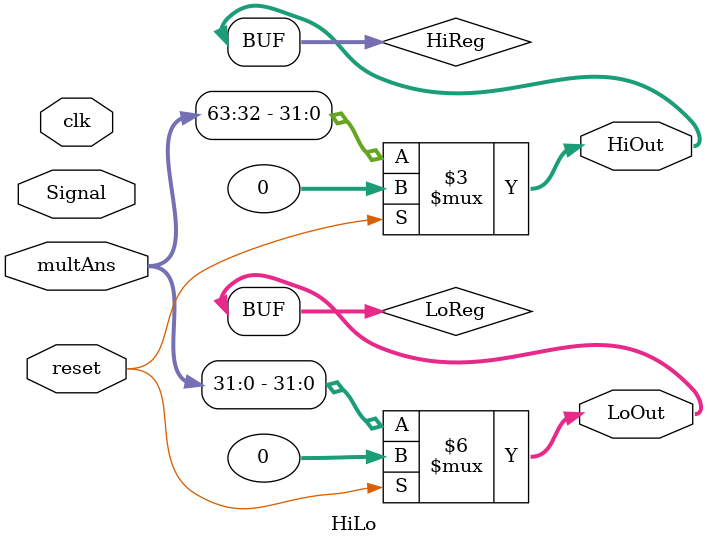
<source format=v>
module HiLo( clk, Signal, multAns, HiOut, LoOut, reset );
input clk;
input [5:0] Signal ;
input reset ;
input [63:0] multAns ;
output [31:0] HiOut, LoOut ;

reg [31:0] HiReg, LoReg ;
wire [31:0] HiOut, LoOut;
parameter Hi = 6'd16;
parameter Lo = 6'd18;

always@( multAns or reset )
begin
  if ( reset )
  begin
    HiReg <= 32'b0;
    LoReg <= 32'b0;
  end
  else begin
      {HiReg, LoReg} <= multAns;
  end
end

assign HiOut = HiReg;
assign LoOut = LoReg;

endmodule
</source>
